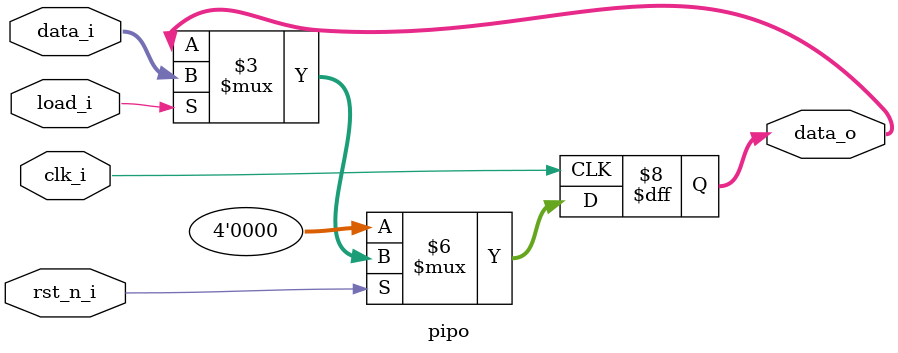
<source format=sv>

module pipo(
  input              clk_i   , // Clock input
  input              rst_n_i , // Active high reset
  input              load_i  , // Load input
  input        [3:0] data_i  , // Parallel data input
  output logic [3:0] data_o    // Parallel data output
);

  always_ff @(posedge clk_i) begin
    if(!rst_n_i)begin
    // Clear output upon reset
      data_o <= 4'h0;
    end else begin
      if(load_i) begin
        data_o <= data_i;
      end
    end
  end
  
endmodule
</source>
